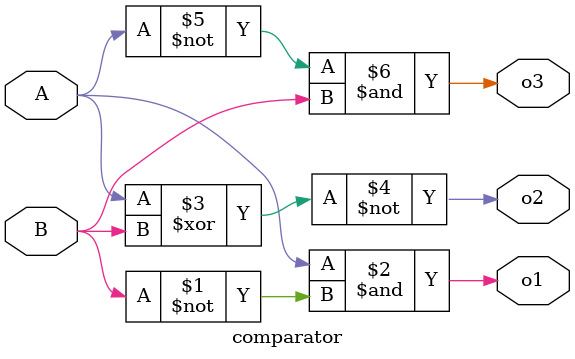
<source format=v>
module comparator (
    input wire A,    // Input A
    input wire B,    // Input B
    output wire o1,  // A > B
    output wire o2,  // A == B
    output wire o3   // A < B
);

    assign o1 = A & ~B;    // A > B
    assign o2 = ~(A ^ B);  // A == B (XNOR)
    assign o3 = ~A & B;    // A < B

endmodule

</source>
